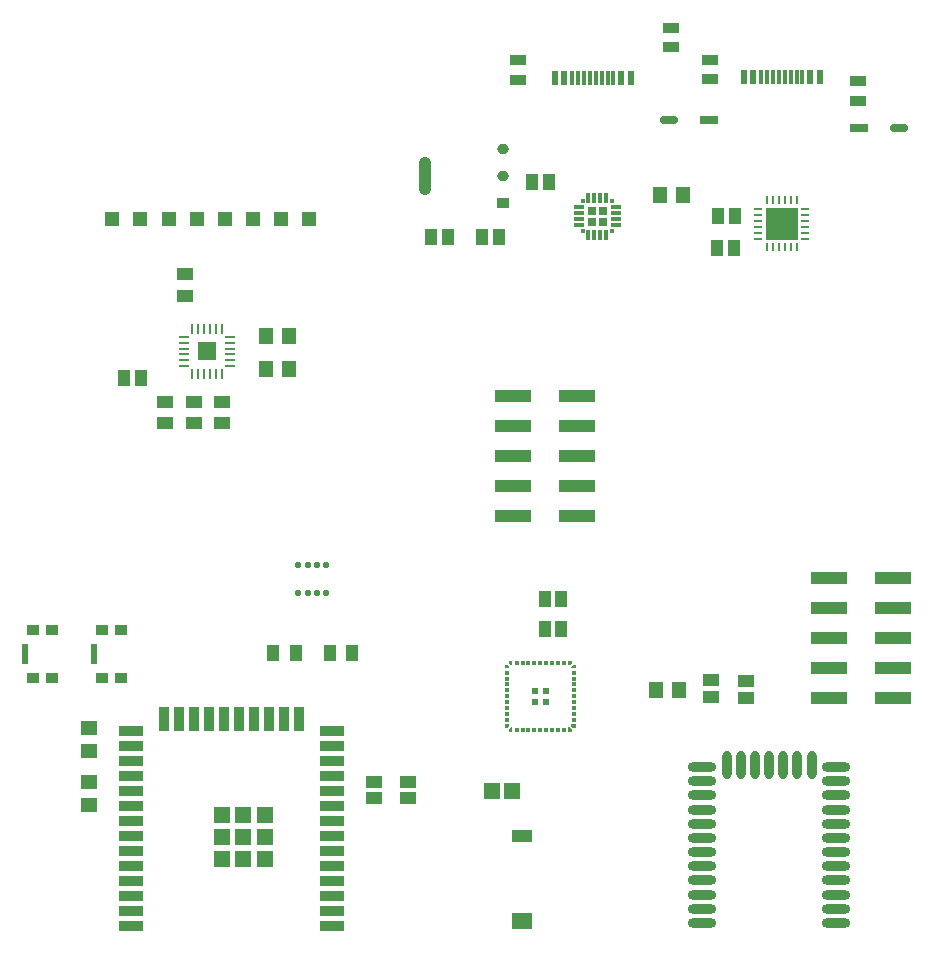
<source format=gtp>
G04*
G04 #@! TF.GenerationSoftware,Altium Limited,Altium Designer,23.6.0 (18)*
G04*
G04 Layer_Color=8421504*
%FSLAX25Y25*%
%MOIN*%
G70*
G04*
G04 #@! TF.SameCoordinates,9EB9F688-6EA2-4756-8BD5-BABC090EB3C1*
G04*
G04*
G04 #@! TF.FilePolarity,Positive*
G04*
G01*
G75*
%ADD14R,0.02953X0.02953*%
%ADD15R,0.06474X0.06474*%
G04:AMPARAMS|DCode=16|XSize=61.32mil|YSize=29.23mil|CornerRadius=14.62mil|HoleSize=0mil|Usage=FLASHONLY|Rotation=180.000|XOffset=0mil|YOffset=0mil|HoleType=Round|Shape=RoundedRectangle|*
%AMROUNDEDRECTD16*
21,1,0.06132,0.00000,0,0,180.0*
21,1,0.03209,0.02923,0,0,180.0*
1,1,0.02923,-0.01604,0.00000*
1,1,0.02923,0.01604,0.00000*
1,1,0.02923,0.01604,0.00000*
1,1,0.02923,-0.01604,0.00000*
%
%ADD16ROUNDEDRECTD16*%
%ADD17R,0.06132X0.02923*%
%ADD18R,0.02165X0.06693*%
%ADD19R,0.03937X0.03543*%
%ADD20R,0.05756X0.04953*%
%ADD21R,0.02200X0.02200*%
%ADD22R,0.01600X0.01200*%
%ADD23R,0.01200X0.01600*%
%ADD24R,0.05236X0.05236*%
%ADD25R,0.03543X0.07874*%
%ADD26R,0.07874X0.03543*%
%ADD27R,0.05544X0.03963*%
%ADD28R,0.04953X0.05756*%
%ADD29R,0.12205X0.03937*%
%ADD30R,0.01181X0.01181*%
%ADD31R,0.03543X0.01181*%
%ADD32R,0.01181X0.03543*%
%ADD33O,0.00787X0.02756*%
%ADD34O,0.02756X0.00787*%
%ADD35R,0.10551X0.10551*%
G04:AMPARAMS|DCode=36|XSize=19.68mil|YSize=19.68mil|CornerRadius=2.46mil|HoleSize=0mil|Usage=FLASHONLY|Rotation=270.000|XOffset=0mil|YOffset=0mil|HoleType=Round|Shape=RoundedRectangle|*
%AMROUNDEDRECTD36*
21,1,0.01968,0.01476,0,0,270.0*
21,1,0.01476,0.01968,0,0,270.0*
1,1,0.00492,-0.00738,-0.00738*
1,1,0.00492,-0.00738,0.00738*
1,1,0.00492,0.00738,0.00738*
1,1,0.00492,0.00738,-0.00738*
%
%ADD36ROUNDEDRECTD36*%
%ADD37R,0.03390X0.00942*%
G04:AMPARAMS|DCode=38|XSize=33.9mil|YSize=9.42mil|CornerRadius=4.71mil|HoleSize=0mil|Usage=FLASHONLY|Rotation=0.000|XOffset=0mil|YOffset=0mil|HoleType=Round|Shape=RoundedRectangle|*
%AMROUNDEDRECTD38*
21,1,0.03390,0.00000,0,0,0.0*
21,1,0.02448,0.00942,0,0,0.0*
1,1,0.00942,0.01224,0.00000*
1,1,0.00942,-0.01224,0.00000*
1,1,0.00942,-0.01224,0.00000*
1,1,0.00942,0.01224,0.00000*
%
%ADD38ROUNDEDRECTD38*%
G04:AMPARAMS|DCode=39|XSize=9.42mil|YSize=33.9mil|CornerRadius=4.71mil|HoleSize=0mil|Usage=FLASHONLY|Rotation=0.000|XOffset=0mil|YOffset=0mil|HoleType=Round|Shape=RoundedRectangle|*
%AMROUNDEDRECTD39*
21,1,0.00942,0.02448,0,0,0.0*
21,1,0.00000,0.03390,0,0,0.0*
1,1,0.00942,0.00000,-0.01224*
1,1,0.00942,0.00000,-0.01224*
1,1,0.00942,0.00000,0.01224*
1,1,0.00942,0.00000,0.01224*
%
%ADD39ROUNDEDRECTD39*%
G04:AMPARAMS|DCode=40|XSize=39.54mil|YSize=125.28mil|CornerRadius=17.2mil|HoleSize=0mil|Usage=FLASHONLY|Rotation=180.000|XOffset=0mil|YOffset=0mil|HoleType=Round|Shape=RoundedRectangle|*
%AMROUNDEDRECTD40*
21,1,0.03954,0.09088,0,0,180.0*
21,1,0.00514,0.12528,0,0,180.0*
1,1,0.03440,-0.00257,0.04544*
1,1,0.03440,0.00257,0.04544*
1,1,0.03440,0.00257,-0.04544*
1,1,0.03440,-0.00257,-0.04544*
%
%ADD40ROUNDEDRECTD40*%
G04:AMPARAMS|DCode=41|XSize=39.54mil|YSize=34.34mil|CornerRadius=17.17mil|HoleSize=0mil|Usage=FLASHONLY|Rotation=180.000|XOffset=0mil|YOffset=0mil|HoleType=Round|Shape=RoundedRectangle|*
%AMROUNDEDRECTD41*
21,1,0.03954,0.00000,0,0,180.0*
21,1,0.00520,0.03434,0,0,180.0*
1,1,0.03434,-0.00260,0.00000*
1,1,0.03434,0.00260,0.00000*
1,1,0.03434,0.00260,0.00000*
1,1,0.03434,-0.00260,0.00000*
%
%ADD41ROUNDEDRECTD41*%
%ADD42R,0.03954X0.03434*%
%ADD43R,0.02362X0.04528*%
%ADD44R,0.01181X0.04528*%
%ADD45R,0.05315X0.03347*%
%ADD46R,0.04349X0.05339*%
G04:AMPARAMS|DCode=47|XSize=31.5mil|YSize=94.49mil|CornerRadius=15.75mil|HoleSize=0mil|Usage=FLASHONLY|Rotation=180.000|XOffset=0mil|YOffset=0mil|HoleType=Round|Shape=RoundedRectangle|*
%AMROUNDEDRECTD47*
21,1,0.03150,0.06299,0,0,180.0*
21,1,0.00000,0.09449,0,0,180.0*
1,1,0.03150,0.00000,0.03150*
1,1,0.03150,0.00000,0.03150*
1,1,0.03150,0.00000,-0.03150*
1,1,0.03150,0.00000,-0.03150*
%
%ADD47ROUNDEDRECTD47*%
G04:AMPARAMS|DCode=48|XSize=94.49mil|YSize=31.5mil|CornerRadius=15.75mil|HoleSize=0mil|Usage=FLASHONLY|Rotation=180.000|XOffset=0mil|YOffset=0mil|HoleType=Round|Shape=RoundedRectangle|*
%AMROUNDEDRECTD48*
21,1,0.09449,0.00000,0,0,180.0*
21,1,0.06299,0.03150,0,0,180.0*
1,1,0.03150,-0.03150,0.00000*
1,1,0.03150,0.03150,0.00000*
1,1,0.03150,0.03150,0.00000*
1,1,0.03150,-0.03150,0.00000*
%
%ADD48ROUNDEDRECTD48*%
%ADD49R,0.05315X0.05709*%
%ADD50R,0.07087X0.05512*%
%ADD51R,0.07087X0.03937*%
%ADD52R,0.05339X0.04349*%
%ADD53R,0.03963X0.05544*%
%ADD54R,0.05363X0.04166*%
%ADD55R,0.04528X0.04528*%
G36*
X322700Y202624D02*
X322100Y202024D01*
X321100D01*
Y203224D01*
X322700D01*
Y202624D01*
D02*
G37*
G36*
X323724Y200600D02*
X322524D01*
Y201600D01*
X323124Y202200D01*
X323724D01*
Y200600D01*
D02*
G37*
G36*
Y222800D02*
X323124D01*
X322524Y223400D01*
Y224400D01*
X323724D01*
Y222800D01*
D02*
G37*
G36*
X322700Y222376D02*
Y221776D01*
X321100D01*
Y222976D01*
X322100D01*
X322700Y222376D01*
D02*
G37*
G36*
X344900Y202024D02*
X343900D01*
X343300Y202624D01*
Y203224D01*
X344900D01*
Y202024D01*
D02*
G37*
G36*
X343476Y201600D02*
Y200600D01*
X342276D01*
Y202200D01*
X342876D01*
X343476Y201600D01*
D02*
G37*
G36*
Y223400D02*
X342876Y222800D01*
X342276D01*
Y224400D01*
X343476D01*
Y223400D01*
D02*
G37*
G36*
X344900Y221776D02*
X343300D01*
Y222376D01*
X343900Y222976D01*
X344900D01*
Y221776D01*
D02*
G37*
D14*
X350130Y370630D02*
D03*
Y374370D02*
D03*
X353871Y370630D02*
D03*
Y374370D02*
D03*
D15*
X221953Y327419D02*
D03*
D16*
X375806Y404500D02*
D03*
X452694Y402000D02*
D03*
D17*
X389194Y404500D02*
D03*
X439306Y402000D02*
D03*
D18*
X184390Y226500D02*
D03*
X161390D02*
D03*
D19*
X186850Y234571D02*
D03*
X193150D02*
D03*
Y218429D02*
D03*
X186850D02*
D03*
X163850Y234571D02*
D03*
X170150D02*
D03*
Y218429D02*
D03*
X163850D02*
D03*
D20*
X182500Y176154D02*
D03*
Y183846D02*
D03*
Y194154D02*
D03*
Y201846D02*
D03*
D21*
X334772Y214272D02*
D03*
Y210728D02*
D03*
X331228D02*
D03*
Y214272D02*
D03*
D22*
X321900Y204624D02*
D03*
Y206593D02*
D03*
Y208562D02*
D03*
Y210531D02*
D03*
Y212500D02*
D03*
Y214469D02*
D03*
Y216438D02*
D03*
Y218407D02*
D03*
Y220376D02*
D03*
X344100D02*
D03*
Y218407D02*
D03*
Y216438D02*
D03*
Y214469D02*
D03*
Y212500D02*
D03*
Y210531D02*
D03*
Y208562D02*
D03*
Y206593D02*
D03*
Y204624D02*
D03*
D23*
X325124Y223600D02*
D03*
X327093D02*
D03*
X329062D02*
D03*
X331031D02*
D03*
X333000D02*
D03*
X334969D02*
D03*
X336938D02*
D03*
X338907D02*
D03*
X340876D02*
D03*
Y201400D02*
D03*
X338907D02*
D03*
X336938D02*
D03*
X334969D02*
D03*
X333000D02*
D03*
X331031D02*
D03*
X329062D02*
D03*
X327093D02*
D03*
X325124D02*
D03*
D24*
X226748Y172752D02*
D03*
X233972D02*
D03*
X241197D02*
D03*
X226748Y165528D02*
D03*
X233972D02*
D03*
X241197D02*
D03*
X226748Y158303D02*
D03*
X233972D02*
D03*
X241197D02*
D03*
D25*
X207535Y204937D02*
D03*
X212535D02*
D03*
X217535D02*
D03*
X222535D02*
D03*
X227535D02*
D03*
X232535D02*
D03*
X237535D02*
D03*
X242535D02*
D03*
X247535D02*
D03*
X252535D02*
D03*
D26*
X196571Y136000D02*
D03*
Y141000D02*
D03*
Y146000D02*
D03*
Y151000D02*
D03*
Y156000D02*
D03*
Y161000D02*
D03*
Y166000D02*
D03*
Y171000D02*
D03*
Y176000D02*
D03*
Y181000D02*
D03*
Y186000D02*
D03*
Y191000D02*
D03*
Y196000D02*
D03*
Y201000D02*
D03*
X263500D02*
D03*
Y196000D02*
D03*
Y191000D02*
D03*
Y186000D02*
D03*
Y181000D02*
D03*
Y176000D02*
D03*
Y171000D02*
D03*
Y166000D02*
D03*
Y161000D02*
D03*
Y156000D02*
D03*
Y151000D02*
D03*
Y146000D02*
D03*
Y141000D02*
D03*
Y136000D02*
D03*
D27*
X214500Y345756D02*
D03*
Y353244D02*
D03*
D28*
X380500Y379500D02*
D03*
X372807D02*
D03*
X371654Y214500D02*
D03*
X379346D02*
D03*
X241654Y321500D02*
D03*
X249346D02*
D03*
Y332500D02*
D03*
X241654D02*
D03*
D29*
X323870Y312500D02*
D03*
Y302500D02*
D03*
X345130Y312500D02*
D03*
Y302500D02*
D03*
X323870Y292500D02*
D03*
X345130D02*
D03*
X323870Y282500D02*
D03*
X345130D02*
D03*
X323870Y272500D02*
D03*
X345130D02*
D03*
X450500Y212000D02*
D03*
Y222000D02*
D03*
X429240Y212000D02*
D03*
Y222000D02*
D03*
X450500Y232000D02*
D03*
X429240D02*
D03*
X450500Y242000D02*
D03*
X429240D02*
D03*
X450500Y252000D02*
D03*
X429240D02*
D03*
D30*
X347079Y367579D02*
D03*
Y377421D02*
D03*
X356921Y367579D02*
D03*
Y377421D02*
D03*
D31*
X358102Y375453D02*
D03*
Y373484D02*
D03*
Y371516D02*
D03*
Y369547D02*
D03*
X345898D02*
D03*
Y371516D02*
D03*
Y373484D02*
D03*
Y375453D02*
D03*
D32*
X354953Y366398D02*
D03*
X352984D02*
D03*
X351016D02*
D03*
X349047D02*
D03*
Y378602D02*
D03*
X351016D02*
D03*
X352984D02*
D03*
X354953D02*
D03*
D33*
X418421Y377874D02*
D03*
X416453D02*
D03*
X414484D02*
D03*
X412516D02*
D03*
X410547D02*
D03*
X408579D02*
D03*
Y362126D02*
D03*
X410547D02*
D03*
X412516D02*
D03*
X414484D02*
D03*
X416453D02*
D03*
X418421D02*
D03*
D34*
X405626Y374921D02*
D03*
Y372953D02*
D03*
Y370984D02*
D03*
Y369016D02*
D03*
Y367047D02*
D03*
Y365079D02*
D03*
X421374D02*
D03*
Y367047D02*
D03*
Y369016D02*
D03*
Y370984D02*
D03*
Y372953D02*
D03*
Y374921D02*
D03*
D35*
X413500Y370000D02*
D03*
D36*
X261724Y256224D02*
D03*
X258575D02*
D03*
X255425D02*
D03*
X252197D02*
D03*
X252276Y246776D02*
D03*
X255425D02*
D03*
X258575D02*
D03*
X261724D02*
D03*
D37*
X214372Y332340D02*
D03*
D38*
Y330372D02*
D03*
Y328403D02*
D03*
Y326435D02*
D03*
Y324466D02*
D03*
Y322498D02*
D03*
X229534D02*
D03*
Y324466D02*
D03*
Y326435D02*
D03*
Y328403D02*
D03*
Y330372D02*
D03*
Y332340D02*
D03*
D39*
X217031Y319838D02*
D03*
X219000D02*
D03*
X220969D02*
D03*
X222937D02*
D03*
X224906D02*
D03*
X226874D02*
D03*
Y335000D02*
D03*
X224906D02*
D03*
X222937D02*
D03*
X220969D02*
D03*
X219000D02*
D03*
X217031D02*
D03*
D40*
X294528Y386000D02*
D03*
D41*
X320472Y395016D02*
D03*
Y386000D02*
D03*
D42*
Y376984D02*
D03*
D43*
X363098Y418516D02*
D03*
X337902D02*
D03*
X359949D02*
D03*
X341051D02*
D03*
X404051Y419016D02*
D03*
X422949D02*
D03*
X400902D02*
D03*
X426098D02*
D03*
D44*
X357390Y418516D02*
D03*
X343610D02*
D03*
X355421D02*
D03*
X345579D02*
D03*
X353453D02*
D03*
X347547D02*
D03*
X351484D02*
D03*
X349516D02*
D03*
X412516Y419016D02*
D03*
X414484D02*
D03*
X410547D02*
D03*
X416453D02*
D03*
X408579D02*
D03*
X418421D02*
D03*
X406610D02*
D03*
X420390D02*
D03*
D45*
X376500Y428752D02*
D03*
Y435248D02*
D03*
X389500Y418252D02*
D03*
Y424748D02*
D03*
X439000Y411004D02*
D03*
Y417500D02*
D03*
X325500Y424496D02*
D03*
Y418000D02*
D03*
D46*
X330221Y384000D02*
D03*
X335779D02*
D03*
X313721Y365500D02*
D03*
X319279D02*
D03*
X296721D02*
D03*
X302279D02*
D03*
X340057Y245000D02*
D03*
X334500D02*
D03*
X340057Y235000D02*
D03*
X334500D02*
D03*
X199779Y318500D02*
D03*
X194221D02*
D03*
X397500Y362000D02*
D03*
X391943D02*
D03*
X397779Y372500D02*
D03*
X392221D02*
D03*
D47*
X395071Y189685D02*
D03*
X399795D02*
D03*
X404520D02*
D03*
X409244D02*
D03*
X413968D02*
D03*
X418693D02*
D03*
X423417D02*
D03*
D48*
X387000Y136929D02*
D03*
Y141653D02*
D03*
Y146378D02*
D03*
Y151102D02*
D03*
Y155827D02*
D03*
Y160551D02*
D03*
Y165276D02*
D03*
Y170000D02*
D03*
Y174724D02*
D03*
Y179449D02*
D03*
Y184173D02*
D03*
Y188898D02*
D03*
X431488D02*
D03*
Y184173D02*
D03*
Y179449D02*
D03*
Y174724D02*
D03*
Y170000D02*
D03*
Y165276D02*
D03*
Y160551D02*
D03*
Y155827D02*
D03*
Y151102D02*
D03*
Y146378D02*
D03*
Y141653D02*
D03*
Y136929D02*
D03*
D49*
X323496Y181000D02*
D03*
X317000D02*
D03*
D50*
X327000Y137720D02*
D03*
D51*
Y166067D02*
D03*
D52*
X289000Y178500D02*
D03*
Y184057D02*
D03*
X277500Y178500D02*
D03*
Y184057D02*
D03*
X390000Y212221D02*
D03*
Y217779D02*
D03*
X401500Y212000D02*
D03*
Y217557D02*
D03*
D53*
X270244Y227000D02*
D03*
X262756D02*
D03*
X244013D02*
D03*
X251500D02*
D03*
D54*
X227000Y310453D02*
D03*
Y303547D02*
D03*
X217500Y310453D02*
D03*
Y303547D02*
D03*
X208000Y310453D02*
D03*
Y303547D02*
D03*
D55*
X246500Y371500D02*
D03*
X255752D02*
D03*
X237126D02*
D03*
X227874D02*
D03*
X209374D02*
D03*
X218626D02*
D03*
X199626D02*
D03*
X190374D02*
D03*
M02*

</source>
